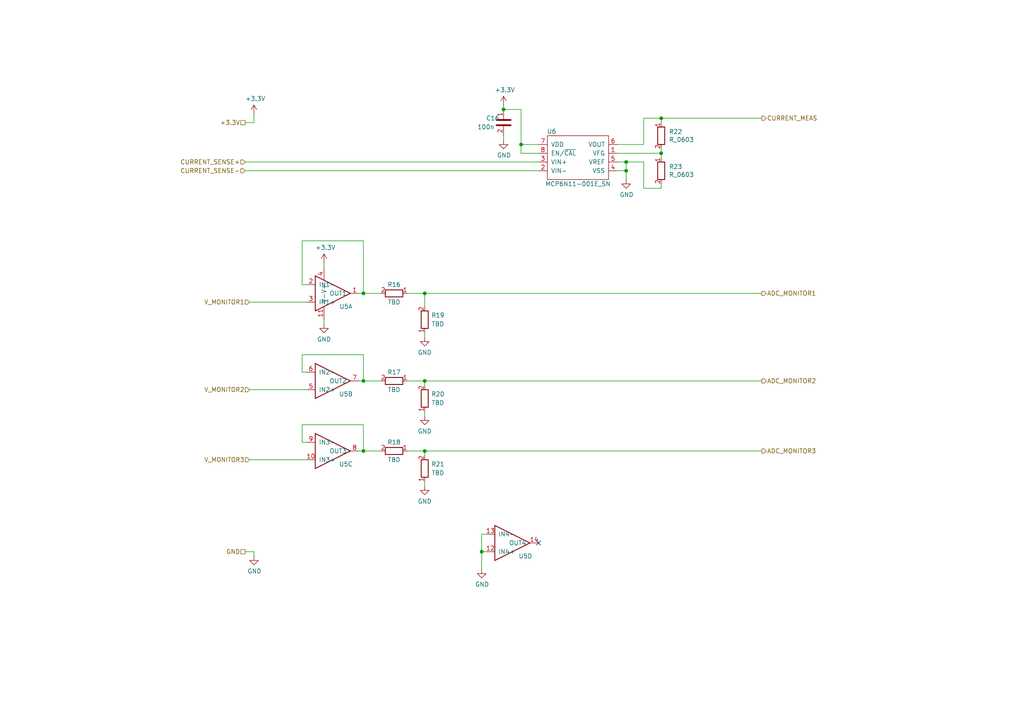
<source format=kicad_sch>
(kicad_sch (version 20211123) (generator eeschema)
  (paper "A4")
  (lib_symbols
    (symbol "p_Amplifier:LMV824AIYDT" (pin_names (offset 1.016))
      (property "Reference" "U" (at 2.54 5.08 0))
      (property "Value" "LMV824AIYDT" (at 6.35 -3.81 0))
      (symbol "LMV824AIYDT_1_1"
        (polyline (pts (xy -2.54 5.08) (xy 7.62 0) (xy -2.54 -5.08) (xy -2.54 5.08)) (stroke (width 0.254)))
        (pin output line (at 10.16 0 180) (length 2.54) (name "OUT1") (number "1"))
        (pin passive line (at 0 -7.62 90) (length 3.81) (name "V-") (number "11"))
        (pin input line (at -5.08 2.54 0) (length 2.54) (name "IN1-") (number "2"))
        (pin input line (at -5.08 -2.54 0) (length 2.54) (name "IN1+") (number "3"))
        (pin power_in line (at 0 7.62 270) (length 3.81) (name "V+") (number "4"))
      )
      (symbol "LMV824AIYDT_2_1"
        (polyline (pts (xy -2.54 5.08) (xy 7.62 0) (xy -2.54 -5.08) (xy -2.54 5.08)) (stroke (width 0.254)))
        (pin input line (at -5.08 2.54 0) (length 2.54) (name "IN2+") (number "5"))
        (pin input line (at -5.08 -2.54 0) (length 2.54) (name "IN2-") (number "6"))
        (pin output line (at 10.16 0 180) (length 2.54) (name "OUT2") (number "7"))
      )
      (symbol "LMV824AIYDT_3_1"
        (polyline (pts (xy -2.54 5.08) (xy 7.62 0) (xy -2.54 -5.08) (xy -2.54 5.08)) (stroke (width 0.254)))
        (pin input line (at -5.08 2.54 0) (length 2.54) (name "IN3+") (number "10"))
        (pin output line (at 10.16 0 180) (length 2.54) (name "OUT3") (number "8"))
        (pin input line (at -5.08 -2.54 0) (length 2.54) (name "IN3-") (number "9"))
      )
      (symbol "LMV824AIYDT_4_1"
        (polyline (pts (xy -2.54 5.08) (xy 7.62 0) (xy -2.54 -5.08) (xy -2.54 5.08)) (stroke (width 0.254)))
        (pin input line (at -5.08 2.54 0) (length 2.54) (name "IN4+") (number "12"))
        (pin input line (at -5.08 -2.54 0) (length 2.54) (name "IN4-") (number "13"))
        (pin output line (at 10.16 0 180) (length 2.54) (name "OUT4") (number "14"))
      )
    )
    (symbol "p_Amplifier:MCP6N11-001E_SN" (pin_names (offset 1.016))
      (property "Reference" "U" (at -7.62 7.62 0))
      (property "Value" "MCP6N11-001E_SN" (at 0 -7.62 0))
      (symbol "MCP6N11-001E_SN_0_1"
        (rectangle (start -8.89 6.35) (end 8.89 -6.35))
      )
      (symbol "MCP6N11-001E_SN_1_1"
        (pin input line (at 11.43 1.27 180) (length 2.54) (name "VFG") (number "1"))
        (pin input line (at -11.43 -3.81 0) (length 2.54) (name "VIN-") (number "2"))
        (pin input line (at -11.43 -1.27 0) (length 2.54) (name "VIN+") (number "3"))
        (pin passive line (at 11.43 -3.81 180) (length 2.54) (name "VSS") (number "4"))
        (pin input line (at 11.43 -1.27 180) (length 2.54) (name "VREF") (number "5"))
        (pin output line (at 11.43 3.81 180) (length 2.54) (name "VOUT") (number "6"))
        (pin power_in line (at -11.43 3.81 0) (length 2.54) (name "VDD") (number "7"))
        (pin input line (at -11.43 1.27 0) (length 2.54) (name "EN/~{CAL}") (number "8"))
      )
    )
    (symbol "p_Passive:C_0603" (pin_names (offset 0) hide)
      (property "Reference" "C" (at 0 0 0))
      (property "Value" "C_0603" (at 0 0 0))
      (symbol "C_0603_1_1"
        (polyline (pts (xy -2.032 -0.762) (xy 2.032 -0.762)) (stroke (width 0.508)))
        (polyline (pts (xy -2.032 0.762) (xy 2.032 0.762)) (stroke (width 0.508)))
        (pin passive line (at 0 3.81 270) (length 2.794) (name "~") (number "1"))
        (pin passive line (at 0 -3.81 90) (length 2.794) (name "~") (number "2"))
      )
    )
    (symbol "p_Passive:R_0603" (pin_names (offset 0) hide)
      (property "Reference" "R" (at 0 0 0))
      (property "Value" "R_0603" (at 0 0 0))
      (symbol "R_0603_1_1"
        (rectangle (start -1.016 -2.54) (end 1.016 2.54) (stroke (width 0.254)))
        (pin passive line (at 0 3.81 270) (length 1.27) (name "~") (number "1"))
        (pin passive line (at 0 -3.81 90) (length 1.27) (name "~") (number "2"))
      )
    )
    (symbol "power:+3.3V" (power) (pin_names (offset 0))
      (property "Value" "+3.3V" (at 0 3.556 0))
      (symbol "+3.3V_0_1"
        (polyline (pts (xy -0.762 1.27) (xy 0 2.54)))
        (polyline (pts (xy 0 0) (xy 0 2.54)))
        (polyline (pts (xy 0 2.54) (xy 0.762 1.27)))
      )
      (symbol "+3.3V_1_1"
        (pin power_in line (at 0 0 90) (length 0) hide (name "+3.3V") (number "1"))
      )
    )
    (symbol "power:GND" (power) (pin_names (offset 0))
      (property "Value" "GND" (at 0 -3.81 0))
      (symbol "GND_0_1"
        (polyline (pts (xy 0 0) (xy 0 -1.27) (xy 1.27 -1.27) (xy 0 -2.54) (xy -1.27 -1.27) (xy 0 -1.27)))
      )
      (symbol "GND_1_1"
        (pin power_in line (at 0 0 270) (length 0) hide (name "GND") (number "1"))
      )
    )
  )
  (junction (at 123.19 130.81))
  (junction (at 123.19 110.49))
  (junction (at 191.77 34.29))
  (junction (at 181.61 46.99))
  (junction (at 146.05 31.75))
  (junction (at 105.41 130.81))
  (junction (at 105.41 110.49))
  (junction (at 151.13 41.91))
  (junction (at 123.19 85.09))
  (junction (at 105.41 85.09))
  (junction (at 191.77 44.45))
  (junction (at 181.61 49.53))
  (junction (at 139.7 160.02))
  (no_connect (at 156.21 157.48))
  (wire (pts (xy 123.19 110.49) (xy 123.19 111.76)))
  (wire (pts (xy 105.41 85.09) (xy 110.49 85.09)))
  (wire (pts (xy 87.63 128.27) (xy 88.9 128.27)))
  (wire (pts (xy 123.19 96.52) (xy 123.19 97.79)))
  (wire (pts (xy 118.11 130.81) (xy 123.19 130.81)))
  (wire (pts (xy 156.21 41.91) (xy 151.13 41.91)))
  (wire (pts (xy 87.63 123.19) (xy 105.41 123.19)))
  (wire (pts (xy 181.61 46.99) (xy 181.61 49.53)))
  (wire (pts (xy 71.12 49.53) (xy 156.21 49.53)))
  (wire (pts (xy 104.14 130.81) (xy 105.41 130.81)))
  (wire (pts (xy 104.14 85.09) (xy 105.41 85.09)))
  (wire (pts (xy 186.69 41.91) (xy 186.69 34.29)))
  (wire (pts (xy 151.13 31.75) (xy 146.05 31.75)))
  (wire (pts (xy 87.63 82.55) (xy 88.9 82.55)))
  (wire (pts (xy 71.12 160.02) (xy 73.66 160.02)))
  (wire (pts (xy 87.63 69.85) (xy 87.63 82.55)))
  (wire (pts (xy 191.77 34.29) (xy 191.77 35.56)))
  (wire (pts (xy 73.66 160.02) (xy 73.66 161.29)))
  (wire (pts (xy 139.7 160.02) (xy 140.97 160.02)))
  (wire (pts (xy 73.66 35.56) (xy 73.66 33.02)))
  (wire (pts (xy 151.13 31.75) (xy 151.13 41.91)))
  (wire (pts (xy 105.41 130.81) (xy 105.41 123.19)))
  (wire (pts (xy 186.69 46.99) (xy 181.61 46.99)))
  (wire (pts (xy 123.19 130.81) (xy 123.19 132.08)))
  (wire (pts (xy 151.13 44.45) (xy 156.21 44.45)))
  (wire (pts (xy 71.12 35.56) (xy 73.66 35.56)))
  (wire (pts (xy 151.13 41.91) (xy 151.13 44.45)))
  (wire (pts (xy 179.07 44.45) (xy 191.77 44.45)))
  (wire (pts (xy 87.63 107.95) (xy 88.9 107.95)))
  (wire (pts (xy 123.19 110.49) (xy 220.98 110.49)))
  (wire (pts (xy 146.05 39.37) (xy 146.05 40.64)))
  (wire (pts (xy 72.39 133.35) (xy 88.9 133.35)))
  (wire (pts (xy 191.77 54.61) (xy 186.69 54.61)))
  (wire (pts (xy 179.07 41.91) (xy 186.69 41.91)))
  (wire (pts (xy 191.77 44.45) (xy 191.77 43.18)))
  (wire (pts (xy 71.12 46.99) (xy 156.21 46.99)))
  (wire (pts (xy 146.05 30.48) (xy 146.05 31.75)))
  (wire (pts (xy 118.11 110.49) (xy 123.19 110.49)))
  (wire (pts (xy 181.61 49.53) (xy 181.61 52.07)))
  (wire (pts (xy 87.63 69.85) (xy 105.41 69.85)))
  (wire (pts (xy 105.41 130.81) (xy 110.49 130.81)))
  (wire (pts (xy 179.07 49.53) (xy 181.61 49.53)))
  (wire (pts (xy 179.07 46.99) (xy 181.61 46.99)))
  (wire (pts (xy 87.63 102.87) (xy 105.41 102.87)))
  (wire (pts (xy 123.19 140.97) (xy 123.19 139.7)))
  (wire (pts (xy 105.41 110.49) (xy 105.41 102.87)))
  (wire (pts (xy 93.98 92.71) (xy 93.98 93.98)))
  (wire (pts (xy 72.39 113.03) (xy 88.9 113.03)))
  (wire (pts (xy 104.14 110.49) (xy 105.41 110.49)))
  (wire (pts (xy 118.11 85.09) (xy 123.19 85.09)))
  (wire (pts (xy 87.63 128.27) (xy 87.63 123.19)))
  (wire (pts (xy 72.39 87.63) (xy 88.9 87.63)))
  (wire (pts (xy 105.41 110.49) (xy 110.49 110.49)))
  (wire (pts (xy 139.7 165.1) (xy 139.7 160.02)))
  (wire (pts (xy 191.77 53.34) (xy 191.77 54.61)))
  (wire (pts (xy 123.19 85.09) (xy 123.19 88.9)))
  (wire (pts (xy 87.63 107.95) (xy 87.63 102.87)))
  (wire (pts (xy 186.69 34.29) (xy 191.77 34.29)))
  (wire (pts (xy 123.19 120.65) (xy 123.19 119.38)))
  (wire (pts (xy 105.41 69.85) (xy 105.41 85.09)))
  (wire (pts (xy 186.69 54.61) (xy 186.69 46.99)))
  (wire (pts (xy 191.77 45.72) (xy 191.77 44.45)))
  (wire (pts (xy 123.19 85.09) (xy 220.98 85.09)))
  (wire (pts (xy 123.19 130.81) (xy 220.98 130.81)))
  (wire (pts (xy 139.7 154.94) (xy 139.7 160.02)))
  (wire (pts (xy 191.77 34.29) (xy 220.98 34.29)))
  (wire (pts (xy 140.97 154.94) (xy 139.7 154.94)))
  (wire (pts (xy 93.98 76.2) (xy 93.98 77.47)))
  (hierarchical_label "V_MONITOR1" (shape input) (at 72.39 87.63 180))
  (hierarchical_label "GND" (shape passive) (at 71.12 160.02 180))
  (hierarchical_label "+3.3V" (shape passive) (at 71.12 35.56 180))
  (hierarchical_label "ADC_MONITOR3" (shape output) (at 220.98 130.81 0))
  (hierarchical_label "CURRENT_SENSE-" (shape input) (at 71.12 49.53 180))
  (hierarchical_label "CURRENT_SENSE+" (shape input) (at 71.12 46.99 180))
  (hierarchical_label "V_MONITOR3" (shape input) (at 72.39 133.35 180))
  (hierarchical_label "V_MONITOR2" (shape input) (at 72.39 113.03 180))
  (hierarchical_label "ADC_MONITOR2" (shape output) (at 220.98 110.49 0))
  (hierarchical_label "ADC_MONITOR1" (shape output) (at 220.98 85.09 0))
  (hierarchical_label "CURRENT_MEAS" (shape output) (at 220.98 34.29 0))
  (symbol (lib_id "p_Passive:R_0603") (at 191.77 39.37 0) (unit 1)
    (property "Reference" "R22" (at 194.0052 38.2016 0) (effects (justify left)))
    (property "Value" "R_0603" (at 194.0052 40.513 0) (effects (justify left)))
    (property "Footprint" "p_Package_Resistor_SMD:R_0603_1608Metric_Pad0.98x0.95mm_HandSolder" (effects hide))
  )
  (symbol (lib_id "p_Passive:R_0603") (at 191.77 49.53 0) (unit 1)
    (property "Reference" "R23" (at 194.0052 48.3616 0) (effects (justify left)))
    (property "Value" "R_0603" (at 194.0052 50.673 0) (effects (justify left)))
    (property "Footprint" "p_Package_Resistor_SMD:R_0603_1608Metric_Pad0.98x0.95mm_HandSolder" (effects hide))
  )
  (symbol (lib_id "p_Amplifier:LMV824AIYDT") (at 146.05 157.48 0) (mirror x) (unit 4)
    (property "Reference" "U5" (at 152.4 161.29 0))
    (property "Value" "LMV824AIYDT" (effects hide))
    (property "Footprint" "p_Package_SO:SO-14_3.9x8.65mm_P1.27mm" (effects hide))
    (property "Datasheet" "${KI_PERSO_COMPLIB}/datasheets/p_Amplifier/LMV82x.pdf" (effects hide))
  )
  (symbol (lib_id "power:GND") (at 139.7 165.1 0) (unit 1)
    (property "Reference" "#PWR062" (effects hide))
    (property "Value" "GND" (at 139.827 169.4942 0))
  )
  (symbol (lib_id "p_Amplifier:LMV824AIYDT") (at 93.98 130.81 0) (mirror x) (unit 3)
    (property "Reference" "U5" (at 100.33 134.62 0))
    (property "Value" "LMV824AIYDT" (effects hide))
    (property "Footprint" "p_Package_SO:SO-14_3.9x8.65mm_P1.27mm" (effects hide))
    (property "Datasheet" "${KI_PERSO_COMPLIB}/datasheets/p_Amplifier/LMV82x.pdf" (effects hide))
  )
  (symbol (lib_id "p_Amplifier:LMV824AIYDT") (at 93.98 110.49 0) (mirror x) (unit 2)
    (property "Reference" "U5" (at 100.33 114.3 0))
    (property "Value" "LMV824AIYDT" (effects hide))
    (property "Footprint" "p_Package_SO:SO-14_3.9x8.65mm_P1.27mm" (effects hide))
    (property "Datasheet" "${KI_PERSO_COMPLIB}/datasheets/p_Amplifier/LMV82x.pdf" (effects hide))
  )
  (symbol (lib_id "p_Amplifier:LMV824AIYDT") (at 93.98 85.09 0) (unit 1)
    (property "Reference" "U5" (at 100.33 88.9 0))
    (property "Value" "LMV824AIYDT" (effects hide))
    (property "Footprint" "p_Package_SO:SO-14_3.9x8.65mm_P1.27mm" (effects hide))
    (property "Datasheet" "${KI_PERSO_COMPLIB}/datasheets/p_Amplifier/LMV82x.pdf" (effects hide))
  )
  (symbol (lib_id "p_Passive:R_0603") (at 114.3 85.09 270) (unit 1)
    (property "Reference" "R16" (at 114.3 82.55 90))
    (property "Value" "TBD" (at 114.3 87.63 90))
    (property "Footprint" "p_Package_Resistor_SMD:R_0603_1608Metric_Pad0.98x0.95mm_HandSolder" (effects hide))
  )
  (symbol (lib_id "p_Passive:R_0603") (at 114.3 110.49 270) (unit 1)
    (property "Reference" "R17" (at 114.3 107.95 90))
    (property "Value" "TBD" (at 114.3 113.03 90))
    (property "Footprint" "p_Package_Resistor_SMD:R_0603_1608Metric_Pad0.98x0.95mm_HandSolder" (effects hide))
  )
  (symbol (lib_id "p_Passive:R_0603") (at 114.3 130.81 270) (unit 1)
    (property "Reference" "R18" (at 114.3 128.27 90))
    (property "Value" "TBD" (at 114.3 133.35 90))
    (property "Footprint" "p_Package_Resistor_SMD:R_0603_1608Metric_Pad0.98x0.95mm_HandSolder" (effects hide))
  )
  (symbol (lib_id "p_Passive:R_0603") (at 123.19 92.71 180) (unit 1)
    (property "Reference" "R19" (at 127 91.44 0))
    (property "Value" "TBD" (at 127 93.98 0))
    (property "Footprint" "p_Package_Resistor_SMD:R_0603_1608Metric_Pad0.98x0.95mm_HandSolder" (effects hide))
  )
  (symbol (lib_id "p_Passive:R_0603") (at 123.19 115.57 180) (unit 1)
    (property "Reference" "R20" (at 127 114.3 0))
    (property "Value" "TBD" (at 127 116.84 0))
    (property "Footprint" "p_Package_Resistor_SMD:R_0603_1608Metric_Pad0.98x0.95mm_HandSolder" (effects hide))
  )
  (symbol (lib_id "p_Passive:R_0603") (at 123.19 135.89 180) (unit 1)
    (property "Reference" "R21" (at 127 134.62 0))
    (property "Value" "TBD" (at 127 137.16 0))
    (property "Footprint" "p_Package_Resistor_SMD:R_0603_1608Metric_Pad0.98x0.95mm_HandSolder" (effects hide))
  )
  (symbol (lib_id "power:+3.3V") (at 93.98 76.2 0) (unit 1)
    (property "Reference" "#PWR057" (effects hide))
    (property "Value" "+3.3V" (at 94.361 71.8058 0))
  )
  (symbol (lib_id "power:+3.3V") (at 73.66 33.02 0) (unit 1)
    (property "Reference" "#PWR055" (effects hide))
    (property "Value" "+3.3V" (at 74.041 28.6258 0))
  )
  (symbol (lib_id "power:GND") (at 73.66 161.29 0) (unit 1)
    (property "Reference" "#PWR056" (effects hide))
    (property "Value" "GND" (at 73.787 165.6842 0))
  )
  (symbol (lib_id "p_Amplifier:MCP6N11-001E_SN") (at 167.64 45.72 0) (unit 1)
    (property "Reference" "U6" (at 160.02 38.1 0))
    (property "Value" "MCP6N11-001E_SN" (at 167.64 53.34 0))
    (property "Footprint" "p_Package_SO:SOIC-8_3.9x4.9mm_P1.27mm" (effects hide))
    (property "Datasheet" "${KI_PERSO_COMPLIB}/datasheets/p_Amplifier/MCP6N11.pdf" (effects hide))
  )
  (symbol (lib_id "power:GND") (at 181.61 52.07 0) (unit 1)
    (property "Reference" "#PWR065" (effects hide))
    (property "Value" "GND" (at 181.737 56.4642 0))
  )
  (symbol (lib_id "p_Passive:C_0603") (at 146.05 35.56 0) (unit 1)
    (property "Reference" "C16" (at 140.97 34.29 0) (effects (justify left)))
    (property "Value" "100n" (at 138.43 36.83 0) (effects (justify left)))
    (property "Footprint" "p_Package_Capacitor_SMD:C_0603_1608Metric_Pad1.08x0.95mm_HandSolder" (effects hide))
  )
  (symbol (lib_id "power:GND") (at 146.05 40.64 0) (unit 1)
    (property "Reference" "#PWR064" (effects hide))
    (property "Value" "GND" (at 146.177 45.0342 0))
  )
  (symbol (lib_id "power:+3.3V") (at 146.05 30.48 0) (unit 1)
    (property "Reference" "#PWR063" (effects hide))
    (property "Value" "+3.3V" (at 146.431 26.0858 0))
  )
  (symbol (lib_id "power:GND") (at 123.19 97.79 0) (unit 1)
    (property "Reference" "#PWR059" (effects hide))
    (property "Value" "GND" (at 123.19 102.2334 0))
  )
  (symbol (lib_id "power:GND") (at 123.19 120.65 0) (unit 1)
    (property "Reference" "#PWR060" (effects hide))
    (property "Value" "GND" (at 123.19 125.0934 0))
  )
  (symbol (lib_id "power:GND") (at 123.19 140.97 0) (unit 1)
    (property "Reference" "#PWR061" (effects hide))
    (property "Value" "GND" (at 123.19 145.4134 0))
  )
  (symbol (lib_id "power:GND") (at 93.98 93.98 0) (unit 1)
    (property "Reference" "#PWR058" (effects hide))
    (property "Value" "GND" (at 93.98 98.4234 0))
  )
)
</source>
